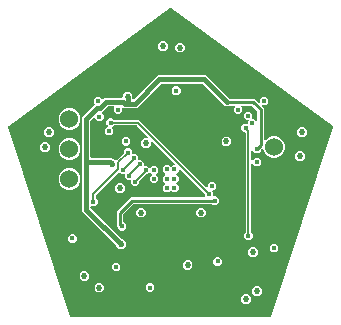
<source format=gbr>
G04 EAGLE Gerber RS-274X export*
G75*
%MOMM*%
%FSLAX34Y34*%
%LPD*%
%INCopper Layer 2*%
%IPPOS*%
%AMOC8*
5,1,8,0,0,1.08239X$1,22.5*%
G01*
%ADD10C,1.524000*%
%ADD11C,0.525000*%
%ADD12C,0.402400*%
%ADD13C,0.152400*%
%ADD14C,0.406400*%
%ADD15C,0.254000*%
%ADD16C,0.452400*%

G36*
X84617Y-117195D02*
X84617Y-117195D01*
X84641Y-117198D01*
X84738Y-117176D01*
X84836Y-117160D01*
X84857Y-117148D01*
X84880Y-117143D01*
X84965Y-117091D01*
X85053Y-117044D01*
X85070Y-117027D01*
X85090Y-117015D01*
X85154Y-116938D01*
X85223Y-116866D01*
X85233Y-116844D01*
X85248Y-116826D01*
X85317Y-116673D01*
X137577Y44210D01*
X137581Y44233D01*
X137590Y44255D01*
X137599Y44355D01*
X137614Y44453D01*
X137610Y44476D01*
X137613Y44500D01*
X137589Y44597D01*
X137572Y44695D01*
X137561Y44716D01*
X137555Y44739D01*
X137502Y44824D01*
X137455Y44911D01*
X137437Y44928D01*
X137425Y44948D01*
X137301Y45061D01*
X447Y144502D01*
X426Y144512D01*
X408Y144528D01*
X317Y144568D01*
X228Y144612D01*
X204Y144616D01*
X182Y144625D01*
X83Y144633D01*
X-16Y144647D01*
X-39Y144643D01*
X-63Y144644D01*
X-160Y144620D01*
X-258Y144602D01*
X-279Y144591D01*
X-302Y144585D01*
X-447Y144502D01*
X-137301Y45061D01*
X-137318Y45044D01*
X-137338Y45032D01*
X-137404Y44957D01*
X-137474Y44886D01*
X-137484Y44865D01*
X-137500Y44847D01*
X-137538Y44755D01*
X-137582Y44665D01*
X-137585Y44642D01*
X-137594Y44619D01*
X-137601Y44520D01*
X-137614Y44421D01*
X-137610Y44398D01*
X-137611Y44374D01*
X-137577Y44210D01*
X-85317Y-116673D01*
X-85306Y-116694D01*
X-85301Y-116718D01*
X-85250Y-116803D01*
X-85204Y-116892D01*
X-85187Y-116908D01*
X-85175Y-116929D01*
X-85099Y-116994D01*
X-85028Y-117063D01*
X-85006Y-117073D01*
X-84988Y-117089D01*
X-84895Y-117126D01*
X-84806Y-117169D01*
X-84782Y-117172D01*
X-84760Y-117181D01*
X-84593Y-117199D01*
X84593Y-117199D01*
X84617Y-117195D01*
G37*
%LPC*%
G36*
X-43985Y-59591D02*
X-43985Y-59591D01*
X-46415Y-57160D01*
X-46415Y-56637D01*
X-46430Y-56546D01*
X-46437Y-56456D01*
X-46450Y-56426D01*
X-46455Y-56394D01*
X-46498Y-56313D01*
X-46534Y-56229D01*
X-46559Y-56197D01*
X-46570Y-56176D01*
X-46594Y-56154D01*
X-46638Y-56098D01*
X-74994Y-27742D01*
X-74994Y52273D01*
X-72688Y54580D01*
X-64684Y62584D01*
X-64672Y62600D01*
X-64657Y62612D01*
X-64601Y62699D01*
X-64540Y62783D01*
X-64534Y62802D01*
X-64524Y62819D01*
X-64498Y62920D01*
X-64468Y63018D01*
X-64468Y63038D01*
X-64464Y63058D01*
X-64472Y63161D01*
X-64474Y63264D01*
X-64481Y63283D01*
X-64483Y63303D01*
X-64523Y63398D01*
X-64559Y63495D01*
X-64571Y63511D01*
X-64579Y63529D01*
X-64684Y63660D01*
X-65301Y64277D01*
X-65301Y67207D01*
X-63229Y69279D01*
X-60299Y69279D01*
X-58379Y67359D01*
X-58363Y67347D01*
X-58351Y67332D01*
X-58263Y67276D01*
X-58180Y67216D01*
X-58161Y67210D01*
X-58144Y67199D01*
X-58043Y67174D01*
X-57944Y67143D01*
X-57924Y67144D01*
X-57905Y67139D01*
X-57802Y67147D01*
X-57699Y67150D01*
X-57680Y67156D01*
X-57660Y67158D01*
X-57565Y67198D01*
X-57468Y67234D01*
X-57452Y67246D01*
X-57434Y67254D01*
X-57303Y67359D01*
X-56018Y68644D01*
X-41423Y68644D01*
X-41404Y68647D01*
X-41384Y68645D01*
X-41283Y68667D01*
X-41181Y68684D01*
X-41163Y68693D01*
X-41144Y68698D01*
X-41055Y68751D01*
X-40963Y68799D01*
X-40950Y68813D01*
X-40933Y68824D01*
X-40865Y68902D01*
X-40794Y68977D01*
X-40786Y68995D01*
X-40773Y69011D01*
X-40734Y69107D01*
X-40690Y69200D01*
X-40688Y69220D01*
X-40681Y69239D01*
X-40662Y69405D01*
X-40662Y71419D01*
X-38231Y73850D01*
X-34794Y73850D01*
X-32363Y71419D01*
X-32363Y68267D01*
X-32351Y68196D01*
X-32349Y68124D01*
X-32331Y68075D01*
X-32323Y68024D01*
X-32289Y67960D01*
X-32265Y67893D01*
X-32232Y67852D01*
X-32208Y67806D01*
X-32156Y67757D01*
X-32111Y67701D01*
X-32067Y67673D01*
X-32030Y67637D01*
X-31965Y67607D01*
X-31904Y67568D01*
X-31854Y67555D01*
X-31807Y67533D01*
X-31735Y67525D01*
X-31666Y67508D01*
X-31614Y67512D01*
X-31562Y67506D01*
X-31492Y67522D01*
X-31421Y67527D01*
X-31373Y67547D01*
X-31322Y67559D01*
X-31260Y67595D01*
X-31194Y67623D01*
X-31138Y67668D01*
X-31111Y67685D01*
X-31095Y67703D01*
X-31063Y67728D01*
X-11097Y87694D01*
X29736Y87694D01*
X32042Y85388D01*
X49556Y67874D01*
X49630Y67821D01*
X49699Y67761D01*
X49730Y67749D01*
X49756Y67730D01*
X49843Y67704D01*
X49928Y67669D01*
X49969Y67665D01*
X49991Y67658D01*
X50023Y67659D01*
X50094Y67651D01*
X71239Y67651D01*
X73099Y65791D01*
X74265Y64625D01*
X74323Y64583D01*
X74375Y64533D01*
X74423Y64511D01*
X74465Y64481D01*
X74533Y64460D01*
X74599Y64430D01*
X74650Y64424D01*
X74700Y64409D01*
X74772Y64411D01*
X74843Y64403D01*
X74894Y64414D01*
X74946Y64415D01*
X75013Y64440D01*
X75083Y64455D01*
X75128Y64482D01*
X75177Y64500D01*
X75233Y64544D01*
X75294Y64581D01*
X75328Y64621D01*
X75369Y64653D01*
X75408Y64714D01*
X75454Y64768D01*
X75474Y64816D01*
X75502Y64860D01*
X75519Y64930D01*
X75546Y64996D01*
X75554Y65067D01*
X75562Y65099D01*
X75560Y65122D01*
X75565Y65163D01*
X75565Y67426D01*
X77637Y69498D01*
X80566Y69498D01*
X82638Y67426D01*
X82638Y64496D01*
X80566Y62425D01*
X78303Y62425D01*
X78232Y62413D01*
X78161Y62411D01*
X78112Y62393D01*
X78060Y62385D01*
X77997Y62351D01*
X77930Y62327D01*
X77889Y62294D01*
X77843Y62270D01*
X77794Y62218D01*
X77738Y62173D01*
X77709Y62129D01*
X77673Y62091D01*
X77643Y62027D01*
X77605Y61966D01*
X77592Y61916D01*
X77570Y61868D01*
X77562Y61797D01*
X77544Y61728D01*
X77549Y61676D01*
X77543Y61624D01*
X77558Y61554D01*
X77564Y61482D01*
X77584Y61435D01*
X77595Y61384D01*
X77632Y61322D01*
X77660Y61256D01*
X77705Y61200D01*
X77721Y61172D01*
X77739Y61157D01*
X77765Y61125D01*
X78995Y59895D01*
X78995Y33440D01*
X79006Y33369D01*
X79008Y33298D01*
X79026Y33249D01*
X79034Y33197D01*
X79068Y33134D01*
X79093Y33067D01*
X79125Y33026D01*
X79150Y32980D01*
X79202Y32931D01*
X79246Y32875D01*
X79290Y32846D01*
X79328Y32811D01*
X79393Y32780D01*
X79453Y32742D01*
X79504Y32729D01*
X79551Y32707D01*
X79622Y32699D01*
X79692Y32682D01*
X79744Y32686D01*
X79795Y32680D01*
X79866Y32695D01*
X79937Y32701D01*
X79985Y32721D01*
X80036Y32732D01*
X80097Y32769D01*
X80163Y32797D01*
X80219Y32842D01*
X80247Y32858D01*
X80262Y32876D01*
X80294Y32902D01*
X82132Y34740D01*
X85494Y36132D01*
X89131Y36132D01*
X92493Y34740D01*
X95065Y32168D01*
X96457Y28806D01*
X96457Y25169D01*
X95065Y21807D01*
X92493Y19235D01*
X89131Y17843D01*
X85494Y17843D01*
X82132Y19235D01*
X79560Y21807D01*
X78231Y25015D01*
X78207Y25054D01*
X78191Y25098D01*
X78143Y25158D01*
X78102Y25224D01*
X78066Y25254D01*
X78038Y25290D01*
X77972Y25332D01*
X77912Y25381D01*
X77869Y25398D01*
X77831Y25422D01*
X77755Y25441D01*
X77683Y25469D01*
X77637Y25471D01*
X77592Y25483D01*
X77515Y25477D01*
X77437Y25480D01*
X77393Y25467D01*
X77347Y25463D01*
X77275Y25433D01*
X77201Y25411D01*
X77163Y25385D01*
X77121Y25367D01*
X77014Y25282D01*
X76998Y25271D01*
X76995Y25267D01*
X76990Y25262D01*
X76785Y25057D01*
X76732Y24983D01*
X76672Y24914D01*
X76660Y24884D01*
X76641Y24858D01*
X76614Y24771D01*
X76580Y24686D01*
X76576Y24645D01*
X76569Y24622D01*
X76570Y24590D01*
X76562Y24519D01*
X76562Y23785D01*
X74490Y21713D01*
X71560Y21713D01*
X69449Y23824D01*
X69391Y23866D01*
X69339Y23915D01*
X69292Y23937D01*
X69250Y23967D01*
X69181Y23989D01*
X69116Y24019D01*
X69064Y24025D01*
X69015Y24040D01*
X68943Y24038D01*
X68872Y24046D01*
X68821Y24035D01*
X68769Y24033D01*
X68701Y24009D01*
X68631Y23994D01*
X68587Y23967D01*
X68538Y23949D01*
X68482Y23904D01*
X68420Y23867D01*
X68386Y23828D01*
X68346Y23795D01*
X68307Y23735D01*
X68260Y23681D01*
X68241Y23632D01*
X68213Y23588D01*
X68195Y23519D01*
X68168Y23452D01*
X68160Y23381D01*
X68153Y23350D01*
X68154Y23327D01*
X68150Y23286D01*
X68150Y16252D01*
X68161Y16181D01*
X68163Y16109D01*
X68181Y16060D01*
X68190Y16009D01*
X68223Y15946D01*
X68248Y15878D01*
X68280Y15838D01*
X68305Y15792D01*
X68357Y15742D01*
X68401Y15686D01*
X68445Y15658D01*
X68483Y15622D01*
X68548Y15592D01*
X68608Y15553D01*
X68659Y15541D01*
X68706Y15519D01*
X68777Y15511D01*
X68847Y15493D01*
X68899Y15497D01*
X68951Y15492D01*
X69021Y15507D01*
X69092Y15512D01*
X69140Y15533D01*
X69191Y15544D01*
X69253Y15581D01*
X69318Y15609D01*
X69374Y15654D01*
X69402Y15670D01*
X69417Y15688D01*
X69449Y15714D01*
X71560Y17824D01*
X74490Y17824D01*
X76562Y15752D01*
X76562Y12823D01*
X74490Y10751D01*
X71560Y10751D01*
X69449Y12861D01*
X69391Y12903D01*
X69339Y12953D01*
X69292Y12975D01*
X69250Y13005D01*
X69181Y13026D01*
X69116Y13056D01*
X69064Y13062D01*
X69015Y13077D01*
X68943Y13075D01*
X68872Y13083D01*
X68821Y13072D01*
X68769Y13071D01*
X68701Y13046D01*
X68631Y13031D01*
X68587Y13004D01*
X68538Y12987D01*
X68482Y12942D01*
X68420Y12905D01*
X68386Y12865D01*
X68346Y12833D01*
X68307Y12773D01*
X68260Y12718D01*
X68241Y12670D01*
X68213Y12626D01*
X68195Y12556D01*
X68168Y12490D01*
X68160Y12419D01*
X68153Y12387D01*
X68154Y12364D01*
X68150Y12323D01*
X68150Y-45313D01*
X68165Y-45404D01*
X68172Y-45494D01*
X68184Y-45524D01*
X68190Y-45556D01*
X68232Y-45637D01*
X68268Y-45721D01*
X68294Y-45753D01*
X68305Y-45774D01*
X68328Y-45796D01*
X68373Y-45852D01*
X69400Y-46879D01*
X69400Y-49809D01*
X67328Y-51881D01*
X64398Y-51881D01*
X62326Y-49809D01*
X62326Y-46879D01*
X63353Y-45852D01*
X63407Y-45778D01*
X63466Y-45708D01*
X63478Y-45678D01*
X63497Y-45652D01*
X63524Y-45565D01*
X63558Y-45480D01*
X63562Y-45439D01*
X63569Y-45417D01*
X63568Y-45385D01*
X63576Y-45313D01*
X63576Y38565D01*
X63573Y38584D01*
X63575Y38604D01*
X63553Y38705D01*
X63537Y38807D01*
X63527Y38825D01*
X63523Y38844D01*
X63470Y38933D01*
X63422Y39025D01*
X63407Y39038D01*
X63397Y39055D01*
X63318Y39123D01*
X63243Y39194D01*
X63225Y39202D01*
X63210Y39215D01*
X63114Y39254D01*
X63020Y39298D01*
X63000Y39300D01*
X62982Y39307D01*
X62815Y39326D01*
X62035Y39326D01*
X59963Y41398D01*
X59963Y44327D01*
X62035Y46399D01*
X64962Y46399D01*
X64982Y46402D01*
X65002Y46400D01*
X65103Y46422D01*
X65205Y46439D01*
X65223Y46448D01*
X65242Y46453D01*
X65331Y46506D01*
X65423Y46554D01*
X65436Y46568D01*
X65453Y46579D01*
X65521Y46657D01*
X65592Y46732D01*
X65600Y46750D01*
X65613Y46766D01*
X65652Y46862D01*
X65696Y46955D01*
X65698Y46975D01*
X65705Y46994D01*
X65724Y47160D01*
X65724Y48500D01*
X65772Y48549D01*
X65814Y48607D01*
X65864Y48659D01*
X65886Y48707D01*
X65916Y48749D01*
X65937Y48817D01*
X65967Y48882D01*
X65973Y48934D01*
X65988Y48984D01*
X65987Y49056D01*
X65994Y49127D01*
X65983Y49178D01*
X65982Y49230D01*
X65957Y49297D01*
X65942Y49367D01*
X65915Y49412D01*
X65898Y49461D01*
X65853Y49517D01*
X65816Y49578D01*
X65776Y49612D01*
X65744Y49653D01*
X65684Y49692D01*
X65629Y49738D01*
X65581Y49758D01*
X65537Y49786D01*
X65468Y49803D01*
X65401Y49830D01*
X65330Y49838D01*
X65299Y49846D01*
X65275Y49844D01*
X65234Y49849D01*
X64212Y49849D01*
X62140Y51920D01*
X62140Y54850D01*
X64212Y56922D01*
X67142Y56922D01*
X69214Y54850D01*
X69214Y51921D01*
X69165Y51872D01*
X69123Y51814D01*
X69074Y51762D01*
X69052Y51714D01*
X69021Y51672D01*
X69000Y51603D01*
X68970Y51538D01*
X68964Y51487D01*
X68949Y51437D01*
X68951Y51365D01*
X68943Y51294D01*
X68954Y51243D01*
X68955Y51191D01*
X68980Y51124D01*
X68995Y51054D01*
X69022Y51009D01*
X69040Y50960D01*
X69085Y50904D01*
X69121Y50843D01*
X69161Y50809D01*
X69194Y50768D01*
X69254Y50729D01*
X69308Y50683D01*
X69357Y50663D01*
X69400Y50635D01*
X69470Y50618D01*
X69537Y50591D01*
X69608Y50583D01*
X69639Y50575D01*
X69662Y50577D01*
X69703Y50572D01*
X70725Y50572D01*
X72106Y49192D01*
X72164Y49150D01*
X72216Y49101D01*
X72263Y49079D01*
X72305Y49048D01*
X72374Y49027D01*
X72439Y48997D01*
X72491Y48991D01*
X72541Y48976D01*
X72612Y48978D01*
X72683Y48970D01*
X72734Y48981D01*
X72786Y48982D01*
X72854Y49007D01*
X72924Y49022D01*
X72969Y49049D01*
X73017Y49067D01*
X73073Y49112D01*
X73135Y49148D01*
X73169Y49188D01*
X73209Y49221D01*
X73248Y49281D01*
X73295Y49335D01*
X73314Y49384D01*
X73342Y49427D01*
X73360Y49497D01*
X73387Y49563D01*
X73395Y49635D01*
X73403Y49666D01*
X73401Y49689D01*
X73405Y49730D01*
X73405Y57265D01*
X73391Y57355D01*
X73383Y57446D01*
X73371Y57475D01*
X73366Y57507D01*
X73323Y57588D01*
X73287Y57672D01*
X73261Y57704D01*
X73250Y57725D01*
X73227Y57747D01*
X73182Y57803D01*
X69147Y61839D01*
X69073Y61892D01*
X69003Y61951D01*
X68973Y61963D01*
X68947Y61982D01*
X68860Y62009D01*
X68775Y62043D01*
X68734Y62048D01*
X68712Y62054D01*
X68680Y62054D01*
X68608Y62062D01*
X60702Y62062D01*
X60631Y62050D01*
X60560Y62048D01*
X60511Y62030D01*
X60459Y62022D01*
X60396Y61988D01*
X60329Y61964D01*
X60288Y61931D01*
X60242Y61907D01*
X60193Y61855D01*
X60137Y61810D01*
X60108Y61766D01*
X60072Y61728D01*
X60042Y61663D01*
X60004Y61603D01*
X59991Y61552D01*
X59969Y61505D01*
X59961Y61434D01*
X59943Y61364D01*
X59948Y61313D01*
X59942Y61261D01*
X59957Y61191D01*
X59963Y61119D01*
X59983Y61071D01*
X59994Y61020D01*
X60031Y60959D01*
X60059Y60893D01*
X60104Y60837D01*
X60120Y60809D01*
X60138Y60794D01*
X60164Y60762D01*
X60812Y60114D01*
X60812Y57184D01*
X58740Y55112D01*
X55810Y55112D01*
X53738Y57184D01*
X53738Y60114D01*
X54386Y60762D01*
X54428Y60820D01*
X54478Y60872D01*
X54499Y60919D01*
X54530Y60962D01*
X54551Y61030D01*
X54581Y61095D01*
X54587Y61147D01*
X54602Y61197D01*
X54600Y61269D01*
X54608Y61340D01*
X54597Y61391D01*
X54596Y61443D01*
X54571Y61510D01*
X54556Y61580D01*
X54529Y61625D01*
X54511Y61674D01*
X54467Y61730D01*
X54430Y61791D01*
X54390Y61825D01*
X54358Y61866D01*
X54297Y61904D01*
X54243Y61951D01*
X54195Y61971D01*
X54151Y61999D01*
X54081Y62016D01*
X54015Y62043D01*
X53943Y62051D01*
X53912Y62059D01*
X53889Y62057D01*
X53848Y62062D01*
X50094Y62062D01*
X50004Y62047D01*
X49913Y62040D01*
X49884Y62027D01*
X49852Y62022D01*
X49771Y61979D01*
X49687Y61943D01*
X49655Y61918D01*
X49634Y61907D01*
X49612Y61883D01*
X49556Y61839D01*
X49017Y61300D01*
X46070Y61300D01*
X27012Y80358D01*
X26938Y80411D01*
X26869Y80470D01*
X26839Y80483D01*
X26812Y80501D01*
X26726Y80528D01*
X26641Y80562D01*
X26600Y80567D01*
X26577Y80574D01*
X26545Y80573D01*
X26474Y80581D01*
X-7835Y80581D01*
X-7926Y80566D01*
X-8016Y80559D01*
X-8046Y80546D01*
X-8078Y80541D01*
X-8159Y80498D01*
X-8243Y80463D01*
X-8275Y80437D01*
X-8296Y80426D01*
X-8318Y80403D01*
X-8374Y80358D01*
X-28769Y59962D01*
X-40277Y59962D01*
X-40297Y59959D01*
X-40316Y59961D01*
X-40418Y59939D01*
X-40520Y59923D01*
X-40537Y59913D01*
X-40557Y59909D01*
X-40646Y59856D01*
X-40737Y59807D01*
X-40751Y59793D01*
X-40768Y59783D01*
X-40835Y59704D01*
X-40907Y59629D01*
X-40915Y59611D01*
X-40928Y59596D01*
X-40967Y59500D01*
X-41010Y59406D01*
X-41012Y59386D01*
X-41020Y59368D01*
X-41038Y59201D01*
X-41038Y57184D01*
X-43110Y55112D01*
X-46040Y55112D01*
X-48112Y57184D01*
X-48112Y60114D01*
X-47994Y60231D01*
X-47953Y60289D01*
X-47903Y60341D01*
X-47881Y60389D01*
X-47851Y60431D01*
X-47830Y60499D01*
X-47800Y60565D01*
X-47794Y60616D01*
X-47779Y60666D01*
X-47780Y60738D01*
X-47773Y60809D01*
X-47784Y60860D01*
X-47785Y60912D01*
X-47810Y60979D01*
X-47825Y61049D01*
X-47852Y61094D01*
X-47869Y61143D01*
X-47914Y61199D01*
X-47951Y61260D01*
X-47991Y61294D01*
X-48023Y61335D01*
X-48083Y61374D01*
X-48138Y61420D01*
X-48186Y61440D01*
X-48230Y61468D01*
X-48299Y61485D01*
X-48366Y61512D01*
X-48437Y61520D01*
X-48468Y61528D01*
X-48492Y61526D01*
X-48533Y61531D01*
X-52756Y61531D01*
X-52846Y61516D01*
X-52937Y61509D01*
X-52966Y61496D01*
X-52998Y61491D01*
X-53079Y61448D01*
X-53163Y61413D01*
X-53195Y61387D01*
X-53216Y61376D01*
X-53238Y61353D01*
X-53294Y61308D01*
X-58078Y56523D01*
X-58089Y56519D01*
X-58129Y56487D01*
X-58176Y56463D01*
X-58225Y56411D01*
X-58281Y56366D01*
X-58309Y56322D01*
X-58345Y56284D01*
X-58375Y56219D01*
X-58414Y56159D01*
X-58427Y56108D01*
X-58449Y56061D01*
X-58456Y55990D01*
X-58474Y55920D01*
X-58470Y55868D01*
X-58476Y55817D01*
X-58460Y55747D01*
X-58455Y55675D01*
X-58434Y55627D01*
X-58423Y55576D01*
X-58387Y55515D01*
X-58358Y55449D01*
X-58314Y55393D01*
X-58297Y55365D01*
X-58279Y55350D01*
X-58254Y55318D01*
X-56788Y53852D01*
X-56788Y50923D01*
X-58860Y48851D01*
X-61790Y48851D01*
X-63862Y50923D01*
X-63862Y51508D01*
X-63873Y51579D01*
X-63875Y51650D01*
X-63893Y51699D01*
X-63901Y51751D01*
X-63935Y51814D01*
X-63960Y51881D01*
X-63992Y51922D01*
X-64017Y51968D01*
X-64069Y52017D01*
X-64113Y52073D01*
X-64157Y52102D01*
X-64195Y52137D01*
X-64260Y52168D01*
X-64320Y52206D01*
X-64371Y52219D01*
X-64418Y52241D01*
X-64489Y52249D01*
X-64559Y52267D01*
X-64611Y52262D01*
X-64662Y52268D01*
X-64733Y52253D01*
X-64804Y52247D01*
X-64852Y52227D01*
X-64903Y52216D01*
X-64964Y52179D01*
X-65030Y52151D01*
X-65086Y52106D01*
X-65114Y52090D01*
X-65129Y52072D01*
X-65161Y52046D01*
X-67658Y49550D01*
X-67711Y49476D01*
X-67770Y49406D01*
X-67782Y49376D01*
X-67801Y49350D01*
X-67828Y49263D01*
X-67862Y49178D01*
X-67867Y49137D01*
X-67874Y49115D01*
X-67873Y49083D01*
X-67881Y49011D01*
X-67881Y18605D01*
X-67878Y18586D01*
X-67880Y18566D01*
X-67858Y18465D01*
X-67841Y18363D01*
X-67832Y18345D01*
X-67827Y18326D01*
X-67774Y18237D01*
X-67726Y18145D01*
X-67712Y18132D01*
X-67701Y18115D01*
X-67623Y18047D01*
X-67548Y17976D01*
X-67530Y17968D01*
X-67514Y17955D01*
X-67418Y17916D01*
X-67325Y17872D01*
X-67305Y17870D01*
X-67286Y17863D01*
X-67120Y17844D01*
X-49726Y17844D01*
X-48804Y16923D01*
X-48730Y16870D01*
X-48661Y16810D01*
X-48631Y16798D01*
X-48604Y16779D01*
X-48518Y16752D01*
X-48433Y16718D01*
X-48392Y16714D01*
X-48369Y16707D01*
X-48337Y16708D01*
X-48266Y16700D01*
X-47743Y16700D01*
X-46864Y15821D01*
X-46848Y15810D01*
X-46836Y15794D01*
X-46748Y15738D01*
X-46665Y15678D01*
X-46646Y15672D01*
X-46629Y15661D01*
X-46528Y15636D01*
X-46430Y15606D01*
X-46410Y15606D01*
X-46390Y15601D01*
X-46287Y15609D01*
X-46184Y15612D01*
X-46165Y15619D01*
X-46145Y15620D01*
X-46050Y15661D01*
X-45953Y15696D01*
X-45937Y15709D01*
X-45919Y15717D01*
X-45788Y15821D01*
X-39931Y21678D01*
X-39878Y21752D01*
X-39819Y21822D01*
X-39806Y21852D01*
X-39788Y21878D01*
X-39761Y21965D01*
X-39727Y22050D01*
X-39722Y22091D01*
X-39715Y22113D01*
X-39716Y22145D01*
X-39708Y22216D01*
X-39708Y23669D01*
X-37636Y25741D01*
X-34706Y25741D01*
X-32635Y23669D01*
X-32635Y21535D01*
X-32631Y21516D01*
X-32634Y21496D01*
X-32612Y21394D01*
X-32595Y21292D01*
X-32586Y21275D01*
X-32581Y21255D01*
X-32528Y21166D01*
X-32480Y21075D01*
X-32465Y21061D01*
X-32455Y21044D01*
X-32376Y20977D01*
X-32301Y20906D01*
X-32283Y20897D01*
X-32268Y20884D01*
X-32172Y20846D01*
X-32078Y20802D01*
X-32059Y20800D01*
X-32040Y20792D01*
X-31873Y20774D01*
X-29740Y20774D01*
X-27668Y18702D01*
X-27668Y16568D01*
X-27665Y16549D01*
X-27667Y16529D01*
X-27645Y16428D01*
X-27628Y16326D01*
X-27619Y16308D01*
X-27615Y16289D01*
X-27561Y16200D01*
X-27513Y16108D01*
X-27499Y16095D01*
X-27488Y16078D01*
X-27410Y16010D01*
X-27335Y15939D01*
X-27317Y15931D01*
X-27302Y15918D01*
X-27205Y15879D01*
X-27112Y15835D01*
X-27092Y15833D01*
X-27073Y15826D01*
X-26907Y15807D01*
X-24773Y15807D01*
X-22701Y13735D01*
X-22701Y11602D01*
X-22698Y11582D01*
X-22700Y11562D01*
X-22678Y11461D01*
X-22661Y11359D01*
X-22652Y11341D01*
X-22648Y11322D01*
X-22595Y11233D01*
X-22546Y11142D01*
X-22532Y11128D01*
X-22522Y11111D01*
X-22443Y11043D01*
X-22368Y10972D01*
X-22350Y10964D01*
X-22335Y10951D01*
X-22239Y10912D01*
X-22145Y10869D01*
X-22125Y10866D01*
X-22107Y10859D01*
X-21940Y10841D01*
X-19806Y10841D01*
X-18248Y9283D01*
X-18232Y9271D01*
X-18220Y9256D01*
X-18132Y9199D01*
X-18049Y9139D01*
X-18030Y9133D01*
X-18013Y9123D01*
X-17912Y9097D01*
X-17814Y9067D01*
X-17794Y9067D01*
X-17774Y9063D01*
X-17671Y9071D01*
X-17568Y9073D01*
X-17549Y9080D01*
X-17529Y9082D01*
X-17434Y9122D01*
X-17337Y9158D01*
X-17321Y9170D01*
X-17303Y9178D01*
X-17172Y9283D01*
X-15712Y10743D01*
X-12782Y10743D01*
X-10710Y8671D01*
X-10710Y5741D01*
X-12170Y4281D01*
X-12182Y4265D01*
X-12197Y4252D01*
X-12253Y4165D01*
X-12314Y4081D01*
X-12320Y4062D01*
X-12330Y4046D01*
X-12356Y3945D01*
X-12386Y3846D01*
X-12386Y3826D01*
X-12390Y3807D01*
X-12382Y3704D01*
X-12380Y3600D01*
X-12373Y3582D01*
X-12371Y3562D01*
X-12331Y3467D01*
X-12295Y3369D01*
X-12283Y3354D01*
X-12275Y3335D01*
X-12170Y3205D01*
X-10613Y1647D01*
X-10613Y-1283D01*
X-12684Y-3355D01*
X-15614Y-3355D01*
X-17686Y-1283D01*
X-17686Y1647D01*
X-16226Y3107D01*
X-16215Y3123D01*
X-16199Y3135D01*
X-16143Y3223D01*
X-16083Y3306D01*
X-16077Y3325D01*
X-16066Y3342D01*
X-16041Y3443D01*
X-16010Y3541D01*
X-16011Y3561D01*
X-16006Y3581D01*
X-16014Y3684D01*
X-16017Y3787D01*
X-16024Y3806D01*
X-16025Y3826D01*
X-16065Y3921D01*
X-16101Y4018D01*
X-16114Y4034D01*
X-16121Y4052D01*
X-16226Y4183D01*
X-17270Y5227D01*
X-17286Y5238D01*
X-17299Y5254D01*
X-17386Y5310D01*
X-17470Y5370D01*
X-17489Y5376D01*
X-17505Y5387D01*
X-17606Y5412D01*
X-17705Y5443D01*
X-17725Y5442D01*
X-17744Y5447D01*
X-17847Y5439D01*
X-17951Y5436D01*
X-17969Y5429D01*
X-17989Y5428D01*
X-18084Y5388D01*
X-18182Y5352D01*
X-18197Y5339D01*
X-18215Y5332D01*
X-18346Y5227D01*
X-19806Y3767D01*
X-20529Y3767D01*
X-20619Y3752D01*
X-20710Y3745D01*
X-20739Y3733D01*
X-20771Y3727D01*
X-20852Y3685D01*
X-20936Y3649D01*
X-20968Y3623D01*
X-20989Y3612D01*
X-21011Y3589D01*
X-21067Y3544D01*
X-26424Y-1813D01*
X-26477Y-1887D01*
X-26536Y-1956D01*
X-26548Y-1986D01*
X-26567Y-2012D01*
X-26594Y-2099D01*
X-26628Y-2184D01*
X-26633Y-2225D01*
X-26640Y-2248D01*
X-26639Y-2280D01*
X-26647Y-2351D01*
X-26647Y-3803D01*
X-28719Y-5875D01*
X-31648Y-5875D01*
X-33720Y-3803D01*
X-33720Y-1670D01*
X-33723Y-1650D01*
X-33721Y-1630D01*
X-33743Y-1529D01*
X-33760Y-1427D01*
X-33769Y-1409D01*
X-33774Y-1390D01*
X-33827Y-1301D01*
X-33875Y-1210D01*
X-33889Y-1196D01*
X-33900Y-1179D01*
X-33978Y-1111D01*
X-34053Y-1040D01*
X-34071Y-1032D01*
X-34087Y-1019D01*
X-34183Y-980D01*
X-34276Y-937D01*
X-34296Y-934D01*
X-34315Y-927D01*
X-34481Y-909D01*
X-36615Y-909D01*
X-38687Y1163D01*
X-38687Y3297D01*
X-38690Y3317D01*
X-38688Y3336D01*
X-38710Y3438D01*
X-38727Y3540D01*
X-38736Y3557D01*
X-38740Y3577D01*
X-38793Y3666D01*
X-38842Y3757D01*
X-38856Y3771D01*
X-38866Y3788D01*
X-38945Y3855D01*
X-39020Y3926D01*
X-39038Y3935D01*
X-39053Y3948D01*
X-39150Y3987D01*
X-39243Y4030D01*
X-39263Y4032D01*
X-39281Y4040D01*
X-39448Y4058D01*
X-41582Y4058D01*
X-42800Y5277D01*
X-42817Y5288D01*
X-42829Y5304D01*
X-42916Y5360D01*
X-43000Y5420D01*
X-43019Y5426D01*
X-43036Y5437D01*
X-43136Y5462D01*
X-43235Y5493D01*
X-43255Y5492D01*
X-43274Y5497D01*
X-43377Y5489D01*
X-43481Y5486D01*
X-43500Y5479D01*
X-43520Y5478D01*
X-43614Y5437D01*
X-43712Y5402D01*
X-43728Y5389D01*
X-43746Y5381D01*
X-43877Y5277D01*
X-62964Y-13810D01*
X-63017Y-13884D01*
X-63076Y-13954D01*
X-63089Y-13984D01*
X-63107Y-14010D01*
X-63134Y-14097D01*
X-63168Y-14182D01*
X-63173Y-14223D01*
X-63180Y-14245D01*
X-63179Y-14277D01*
X-63187Y-14349D01*
X-63187Y-16406D01*
X-63172Y-16496D01*
X-63165Y-16587D01*
X-63152Y-16616D01*
X-63147Y-16648D01*
X-63104Y-16729D01*
X-63069Y-16813D01*
X-63043Y-16845D01*
X-63032Y-16866D01*
X-63009Y-16888D01*
X-62964Y-16944D01*
X-61937Y-17971D01*
X-61937Y-20901D01*
X-64009Y-22973D01*
X-67120Y-22973D01*
X-67139Y-22976D01*
X-67159Y-22974D01*
X-67260Y-22996D01*
X-67362Y-23012D01*
X-67380Y-23022D01*
X-67399Y-23026D01*
X-67488Y-23079D01*
X-67580Y-23128D01*
X-67593Y-23142D01*
X-67610Y-23152D01*
X-67678Y-23231D01*
X-67749Y-23306D01*
X-67757Y-23324D01*
X-67770Y-23339D01*
X-67809Y-23435D01*
X-67853Y-23529D01*
X-67855Y-23549D01*
X-67862Y-23567D01*
X-67881Y-23734D01*
X-67881Y-24481D01*
X-67866Y-24571D01*
X-67859Y-24662D01*
X-67846Y-24691D01*
X-67841Y-24723D01*
X-67798Y-24804D01*
X-67763Y-24888D01*
X-67737Y-24920D01*
X-67726Y-24941D01*
X-67703Y-24963D01*
X-67658Y-25019D01*
X-41608Y-51068D01*
X-41534Y-51121D01*
X-41465Y-51181D01*
X-41435Y-51193D01*
X-41409Y-51212D01*
X-41322Y-51239D01*
X-41237Y-51273D01*
X-41196Y-51277D01*
X-41174Y-51284D01*
X-41141Y-51283D01*
X-41070Y-51291D01*
X-40547Y-51291D01*
X-38116Y-53722D01*
X-38116Y-57160D01*
X-40547Y-59591D01*
X-43985Y-59591D01*
G37*
%LPD*%
%LPC*%
G36*
X-42830Y-43761D02*
X-42830Y-43761D01*
X-44901Y-41689D01*
X-44901Y-40955D01*
X-44916Y-40865D01*
X-44923Y-40774D01*
X-44936Y-40744D01*
X-44941Y-40712D01*
X-44984Y-40632D01*
X-45019Y-40548D01*
X-45045Y-40516D01*
X-45056Y-40495D01*
X-45080Y-40473D01*
X-45124Y-40417D01*
X-45657Y-39884D01*
X-45657Y-27417D01*
X-33841Y-15601D01*
X28351Y-15601D01*
X28422Y-15590D01*
X28493Y-15588D01*
X28542Y-15570D01*
X28593Y-15561D01*
X28657Y-15528D01*
X28724Y-15503D01*
X28765Y-15471D01*
X28811Y-15446D01*
X28860Y-15394D01*
X28916Y-15350D01*
X28944Y-15306D01*
X28980Y-15268D01*
X29010Y-15203D01*
X29049Y-15143D01*
X29062Y-15092D01*
X29084Y-15045D01*
X29092Y-14974D01*
X29109Y-14904D01*
X29105Y-14852D01*
X29111Y-14800D01*
X29096Y-14730D01*
X29090Y-14659D01*
X29070Y-14611D01*
X29059Y-14560D01*
X29022Y-14499D01*
X29006Y-14462D01*
X29006Y-12967D01*
X28992Y-12876D01*
X28984Y-12786D01*
X28972Y-12756D01*
X28967Y-12724D01*
X28924Y-12643D01*
X28888Y-12559D01*
X28862Y-12527D01*
X28851Y-12506D01*
X28828Y-12484D01*
X28783Y-12428D01*
X8011Y8344D01*
X7953Y8386D01*
X7901Y8435D01*
X7854Y8457D01*
X7812Y8487D01*
X7743Y8508D01*
X7678Y8539D01*
X7626Y8544D01*
X7576Y8560D01*
X7505Y8558D01*
X7434Y8566D01*
X7383Y8555D01*
X7331Y8553D01*
X7263Y8529D01*
X7193Y8514D01*
X7149Y8487D01*
X7100Y8469D01*
X7044Y8424D01*
X6982Y8387D01*
X6948Y8348D01*
X6908Y8315D01*
X6869Y8255D01*
X6822Y8200D01*
X6803Y8152D01*
X6775Y8108D01*
X6757Y8039D01*
X6730Y7972D01*
X6722Y7901D01*
X6714Y7870D01*
X6716Y7846D01*
X6712Y7806D01*
X6712Y6473D01*
X4746Y4507D01*
X4735Y4491D01*
X4719Y4478D01*
X4663Y4391D01*
X4603Y4307D01*
X4597Y4288D01*
X4586Y4272D01*
X4561Y4171D01*
X4530Y4072D01*
X4531Y4052D01*
X4526Y4033D01*
X4534Y3930D01*
X4537Y3826D01*
X4544Y3808D01*
X4545Y3788D01*
X4585Y3693D01*
X4621Y3595D01*
X4634Y3580D01*
X4641Y3561D01*
X4746Y3430D01*
X6712Y1465D01*
X6712Y-1465D01*
X4746Y-3430D01*
X4735Y-3447D01*
X4719Y-3459D01*
X4663Y-3546D01*
X4603Y-3630D01*
X4597Y-3649D01*
X4586Y-3666D01*
X4561Y-3766D01*
X4530Y-3865D01*
X4531Y-3885D01*
X4526Y-3905D01*
X4534Y-4007D01*
X4537Y-4111D01*
X4544Y-4130D01*
X4545Y-4150D01*
X4585Y-4245D01*
X4621Y-4342D01*
X4634Y-4358D01*
X4641Y-4376D01*
X4746Y-4507D01*
X6712Y-6473D01*
X6712Y-9402D01*
X4640Y-11474D01*
X1710Y-11474D01*
X538Y-10302D01*
X522Y-10291D01*
X510Y-10275D01*
X422Y-10219D01*
X339Y-10159D01*
X320Y-10153D01*
X303Y-10142D01*
X202Y-10117D01*
X103Y-10087D01*
X84Y-10087D01*
X64Y-10082D01*
X-39Y-10090D01*
X-142Y-10093D01*
X-161Y-10100D01*
X-181Y-10101D01*
X-276Y-10142D01*
X-373Y-10177D01*
X-389Y-10190D01*
X-407Y-10198D01*
X-538Y-10302D01*
X-1710Y-11474D01*
X-4640Y-11474D01*
X-6712Y-9402D01*
X-6712Y-6473D01*
X-4746Y-4507D01*
X-4735Y-4491D01*
X-4719Y-4478D01*
X-4663Y-4391D01*
X-4603Y-4307D01*
X-4597Y-4288D01*
X-4586Y-4272D01*
X-4561Y-4171D01*
X-4530Y-4072D01*
X-4531Y-4052D01*
X-4526Y-4033D01*
X-4534Y-3930D01*
X-4537Y-3826D01*
X-4544Y-3808D01*
X-4545Y-3788D01*
X-4585Y-3693D01*
X-4621Y-3595D01*
X-4634Y-3580D01*
X-4641Y-3561D01*
X-4746Y-3430D01*
X-6712Y-1465D01*
X-6712Y1465D01*
X-4746Y3430D01*
X-4735Y3447D01*
X-4719Y3459D01*
X-4663Y3546D01*
X-4603Y3630D01*
X-4597Y3649D01*
X-4586Y3666D01*
X-4561Y3767D01*
X-4530Y3865D01*
X-4531Y3885D01*
X-4526Y3905D01*
X-4534Y4008D01*
X-4537Y4111D01*
X-4544Y4130D01*
X-4545Y4150D01*
X-4585Y4245D01*
X-4621Y4342D01*
X-4634Y4358D01*
X-4641Y4376D01*
X-4746Y4507D01*
X-6712Y6473D01*
X-6712Y9402D01*
X-4640Y11474D01*
X-1710Y11474D01*
X-538Y10302D01*
X-522Y10291D01*
X-510Y10275D01*
X-422Y10219D01*
X-339Y10159D01*
X-320Y10153D01*
X-303Y10142D01*
X-202Y10117D01*
X-103Y10087D01*
X-84Y10087D01*
X-64Y10082D01*
X39Y10090D01*
X142Y10093D01*
X161Y10100D01*
X181Y10101D01*
X276Y10142D01*
X373Y10177D01*
X389Y10190D01*
X407Y10198D01*
X538Y10302D01*
X1710Y11474D01*
X3043Y11474D01*
X3114Y11486D01*
X3185Y11488D01*
X3234Y11506D01*
X3286Y11514D01*
X3349Y11547D01*
X3416Y11572D01*
X3457Y11605D01*
X3503Y11629D01*
X3552Y11681D01*
X3609Y11726D01*
X3637Y11770D01*
X3673Y11807D01*
X3703Y11872D01*
X3742Y11933D01*
X3754Y11983D01*
X3776Y12030D01*
X3784Y12102D01*
X3802Y12171D01*
X3798Y12223D01*
X3803Y12275D01*
X3788Y12345D01*
X3782Y12416D01*
X3762Y12464D01*
X3751Y12515D01*
X3714Y12577D01*
X3686Y12643D01*
X3641Y12699D01*
X3625Y12726D01*
X3607Y12742D01*
X3581Y12774D01*
X-15188Y31543D01*
X-15246Y31585D01*
X-15298Y31635D01*
X-15346Y31657D01*
X-15388Y31687D01*
X-15456Y31708D01*
X-15522Y31738D01*
X-15573Y31744D01*
X-15623Y31759D01*
X-15695Y31757D01*
X-15766Y31765D01*
X-15817Y31754D01*
X-15869Y31753D01*
X-15936Y31728D01*
X-16006Y31713D01*
X-16051Y31686D01*
X-16100Y31668D01*
X-16156Y31624D01*
X-16217Y31587D01*
X-16251Y31547D01*
X-16292Y31515D01*
X-16331Y31454D01*
X-16377Y31400D01*
X-16397Y31352D01*
X-16425Y31308D01*
X-16442Y31238D01*
X-16469Y31172D01*
X-16477Y31100D01*
X-16485Y31069D01*
X-16483Y31046D01*
X-16488Y31005D01*
X-16488Y28444D01*
X-18919Y26013D01*
X-22356Y26013D01*
X-24787Y28444D01*
X-24787Y31881D01*
X-22356Y34312D01*
X-19795Y34312D01*
X-19724Y34324D01*
X-19653Y34326D01*
X-19604Y34344D01*
X-19552Y34352D01*
X-19489Y34386D01*
X-19422Y34410D01*
X-19381Y34443D01*
X-19335Y34467D01*
X-19285Y34519D01*
X-19229Y34564D01*
X-19201Y34608D01*
X-19165Y34645D01*
X-19135Y34710D01*
X-19096Y34771D01*
X-19084Y34821D01*
X-19062Y34868D01*
X-19054Y34940D01*
X-19036Y35009D01*
X-19040Y35061D01*
X-19035Y35113D01*
X-19050Y35183D01*
X-19056Y35254D01*
X-19076Y35302D01*
X-19087Y35353D01*
X-19124Y35415D01*
X-19152Y35481D01*
X-19197Y35537D01*
X-19213Y35564D01*
X-19231Y35580D01*
X-19257Y35612D01*
X-28760Y45115D01*
X-28834Y45168D01*
X-28904Y45228D01*
X-28934Y45240D01*
X-28960Y45259D01*
X-29047Y45286D01*
X-29132Y45320D01*
X-29173Y45324D01*
X-29195Y45331D01*
X-29227Y45330D01*
X-29299Y45338D01*
X-47770Y45338D01*
X-47860Y45324D01*
X-47951Y45316D01*
X-47980Y45304D01*
X-48012Y45299D01*
X-48093Y45256D01*
X-48177Y45220D01*
X-48209Y45194D01*
X-48230Y45183D01*
X-48252Y45160D01*
X-48308Y45115D01*
X-49429Y43994D01*
X-49441Y43978D01*
X-49456Y43966D01*
X-49512Y43878D01*
X-49573Y43795D01*
X-49578Y43776D01*
X-49589Y43759D01*
X-49614Y43658D01*
X-49645Y43559D01*
X-49644Y43540D01*
X-49649Y43520D01*
X-49641Y43417D01*
X-49639Y43314D01*
X-49632Y43295D01*
X-49630Y43275D01*
X-49590Y43180D01*
X-49554Y43083D01*
X-49542Y43067D01*
X-49534Y43049D01*
X-49429Y42918D01*
X-48577Y42066D01*
X-48577Y39136D01*
X-50649Y37064D01*
X-53579Y37064D01*
X-55651Y39136D01*
X-55651Y42066D01*
X-53485Y44232D01*
X-53473Y44248D01*
X-53458Y44260D01*
X-53402Y44348D01*
X-53341Y44431D01*
X-53336Y44450D01*
X-53325Y44467D01*
X-53300Y44568D01*
X-53269Y44667D01*
X-53270Y44686D01*
X-53265Y44706D01*
X-53273Y44809D01*
X-53275Y44912D01*
X-53282Y44931D01*
X-53284Y44951D01*
X-53324Y45046D01*
X-53360Y45143D01*
X-53372Y45159D01*
X-53380Y45177D01*
X-53485Y45308D01*
X-54337Y46160D01*
X-54337Y49090D01*
X-52265Y51162D01*
X-49335Y51162D01*
X-48308Y50135D01*
X-48234Y50082D01*
X-48165Y50022D01*
X-48134Y50010D01*
X-48108Y49991D01*
X-48021Y49964D01*
X-47936Y49930D01*
X-47895Y49926D01*
X-47873Y49919D01*
X-47841Y49920D01*
X-47770Y49912D01*
X-27089Y49912D01*
X-25526Y48349D01*
X30089Y-7266D01*
X30147Y-7308D01*
X30199Y-7357D01*
X30246Y-7379D01*
X30288Y-7409D01*
X30357Y-7430D01*
X30422Y-7461D01*
X30474Y-7466D01*
X30524Y-7482D01*
X30595Y-7480D01*
X30666Y-7488D01*
X30717Y-7477D01*
X30769Y-7475D01*
X30837Y-7451D01*
X30907Y-7436D01*
X30952Y-7409D01*
X31000Y-7391D01*
X31056Y-7346D01*
X31118Y-7309D01*
X31152Y-7270D01*
X31192Y-7237D01*
X31231Y-7177D01*
X31278Y-7122D01*
X31297Y-7074D01*
X31325Y-7030D01*
X31343Y-6961D01*
X31370Y-6894D01*
X31378Y-6823D01*
X31386Y-6792D01*
X31384Y-6768D01*
X31388Y-6728D01*
X31388Y-4631D01*
X33460Y-2559D01*
X36390Y-2559D01*
X38462Y-4631D01*
X38462Y-7561D01*
X36390Y-9633D01*
X36061Y-9633D01*
X35991Y-9644D01*
X35919Y-9646D01*
X35870Y-9664D01*
X35818Y-9672D01*
X35755Y-9706D01*
X35688Y-9731D01*
X35647Y-9763D01*
X35601Y-9788D01*
X35552Y-9840D01*
X35496Y-9884D01*
X35468Y-9928D01*
X35432Y-9966D01*
X35402Y-10031D01*
X35363Y-10091D01*
X35350Y-10142D01*
X35328Y-10189D01*
X35320Y-10260D01*
X35303Y-10330D01*
X35307Y-10382D01*
X35301Y-10433D01*
X35316Y-10504D01*
X35322Y-10575D01*
X35342Y-10623D01*
X35353Y-10674D01*
X35390Y-10735D01*
X35418Y-10801D01*
X35463Y-10857D01*
X35479Y-10885D01*
X35497Y-10900D01*
X35523Y-10932D01*
X36080Y-11489D01*
X36080Y-14098D01*
X36083Y-14118D01*
X36081Y-14137D01*
X36103Y-14239D01*
X36119Y-14341D01*
X36129Y-14358D01*
X36133Y-14378D01*
X36186Y-14467D01*
X36235Y-14558D01*
X36249Y-14572D01*
X36259Y-14589D01*
X36338Y-14656D01*
X36413Y-14727D01*
X36431Y-14736D01*
X36446Y-14749D01*
X36542Y-14788D01*
X36636Y-14831D01*
X36656Y-14833D01*
X36674Y-14841D01*
X36841Y-14859D01*
X38753Y-14859D01*
X40825Y-16931D01*
X40825Y-19861D01*
X38753Y-21933D01*
X35824Y-21933D01*
X35304Y-21414D01*
X35231Y-21361D01*
X35161Y-21301D01*
X35131Y-21289D01*
X35105Y-21270D01*
X35018Y-21243D01*
X34933Y-21209D01*
X34892Y-21205D01*
X34870Y-21198D01*
X34837Y-21199D01*
X34766Y-21191D01*
X-31210Y-21191D01*
X-31301Y-21205D01*
X-31391Y-21213D01*
X-31421Y-21225D01*
X-31453Y-21230D01*
X-31534Y-21273D01*
X-31618Y-21309D01*
X-31650Y-21335D01*
X-31671Y-21345D01*
X-31693Y-21369D01*
X-31749Y-21414D01*
X-39845Y-29510D01*
X-39898Y-29584D01*
X-39957Y-29653D01*
X-39970Y-29683D01*
X-39988Y-29709D01*
X-40015Y-29796D01*
X-40049Y-29881D01*
X-40054Y-29922D01*
X-40061Y-29944D01*
X-40060Y-29977D01*
X-40068Y-30048D01*
X-40068Y-36204D01*
X-40053Y-36294D01*
X-40046Y-36385D01*
X-40033Y-36415D01*
X-40028Y-36447D01*
X-39985Y-36528D01*
X-39950Y-36611D01*
X-39924Y-36644D01*
X-39913Y-36664D01*
X-39890Y-36686D01*
X-39845Y-36742D01*
X-37828Y-38759D01*
X-37828Y-41689D01*
X-39900Y-43761D01*
X-42830Y-43761D01*
G37*
%LPD*%
%LPC*%
G36*
X-87544Y41655D02*
X-87544Y41655D01*
X-90905Y43047D01*
X-93478Y45620D01*
X-94870Y48981D01*
X-94870Y52619D01*
X-93478Y55980D01*
X-90905Y58553D01*
X-87544Y59945D01*
X-83906Y59945D01*
X-80545Y58553D01*
X-77972Y55980D01*
X-76580Y52619D01*
X-76580Y48981D01*
X-77972Y45620D01*
X-80545Y43047D01*
X-83906Y41655D01*
X-87544Y41655D01*
G37*
%LPD*%
%LPC*%
G36*
X-87544Y16255D02*
X-87544Y16255D01*
X-90905Y17647D01*
X-93478Y20220D01*
X-94870Y23581D01*
X-94870Y27219D01*
X-93478Y30580D01*
X-90905Y33153D01*
X-87544Y34545D01*
X-83906Y34545D01*
X-80545Y33153D01*
X-77972Y30580D01*
X-76580Y27219D01*
X-76580Y23581D01*
X-77972Y20220D01*
X-80545Y17647D01*
X-83906Y16255D01*
X-87544Y16255D01*
G37*
%LPD*%
%LPC*%
G36*
X-87544Y-9145D02*
X-87544Y-9145D01*
X-90905Y-7753D01*
X-93478Y-5180D01*
X-94870Y-1819D01*
X-94870Y1819D01*
X-93478Y5180D01*
X-90905Y7753D01*
X-87544Y9145D01*
X-83906Y9145D01*
X-80545Y7753D01*
X-77972Y5180D01*
X-76580Y1819D01*
X-76580Y-1819D01*
X-77972Y-5180D01*
X-80545Y-7753D01*
X-83906Y-9145D01*
X-87544Y-9145D01*
G37*
%LPD*%
%LPC*%
G36*
X-8069Y108563D02*
X-8069Y108563D01*
X-10500Y110994D01*
X-10500Y114431D01*
X-8069Y116862D01*
X-4631Y116862D01*
X-2200Y114431D01*
X-2200Y110994D01*
X-4631Y108563D01*
X-8069Y108563D01*
G37*
%LPD*%
%LPC*%
G36*
X6219Y106975D02*
X6219Y106975D01*
X3788Y109406D01*
X3788Y112844D01*
X6219Y115275D01*
X9656Y115275D01*
X12087Y112844D01*
X12087Y109406D01*
X9656Y106975D01*
X6219Y106975D01*
G37*
%LPD*%
%LPC*%
G36*
X109406Y35538D02*
X109406Y35538D01*
X106975Y37969D01*
X106975Y41406D01*
X109406Y43837D01*
X112844Y43837D01*
X115275Y41406D01*
X115275Y37969D01*
X112844Y35538D01*
X109406Y35538D01*
G37*
%LPD*%
%LPC*%
G36*
X-104906Y35538D02*
X-104906Y35538D01*
X-107337Y37969D01*
X-107337Y41406D01*
X-104906Y43837D01*
X-101469Y43837D01*
X-99038Y41406D01*
X-99038Y37969D01*
X-101469Y35538D01*
X-104906Y35538D01*
G37*
%LPD*%
%LPC*%
G36*
X45469Y27475D02*
X45469Y27475D01*
X43038Y29906D01*
X43038Y33344D01*
X45469Y35775D01*
X48906Y35775D01*
X51337Y33344D01*
X51337Y29906D01*
X48906Y27475D01*
X45469Y27475D01*
G37*
%LPD*%
%LPC*%
G36*
X-108081Y22838D02*
X-108081Y22838D01*
X-110512Y25269D01*
X-110512Y28706D01*
X-108081Y31137D01*
X-104644Y31137D01*
X-102213Y28706D01*
X-102213Y25269D01*
X-104644Y22838D01*
X-108081Y22838D01*
G37*
%LPD*%
%LPC*%
G36*
X107819Y14900D02*
X107819Y14900D01*
X105388Y17331D01*
X105388Y20769D01*
X107819Y23200D01*
X111256Y23200D01*
X113687Y20769D01*
X113687Y17331D01*
X111256Y14900D01*
X107819Y14900D01*
G37*
%LPD*%
%LPC*%
G36*
X-44581Y-12087D02*
X-44581Y-12087D01*
X-47012Y-9656D01*
X-47012Y-6219D01*
X-44581Y-3788D01*
X-41144Y-3788D01*
X-38713Y-6219D01*
X-38713Y-9656D01*
X-41144Y-12087D01*
X-44581Y-12087D01*
G37*
%LPD*%
%LPC*%
G36*
X23681Y-32725D02*
X23681Y-32725D01*
X21250Y-30294D01*
X21250Y-26856D01*
X23681Y-24425D01*
X27119Y-24425D01*
X29550Y-26856D01*
X29550Y-30294D01*
X27119Y-32725D01*
X23681Y-32725D01*
G37*
%LPD*%
%LPC*%
G36*
X-27119Y-32725D02*
X-27119Y-32725D01*
X-29550Y-30294D01*
X-29550Y-26856D01*
X-27119Y-24425D01*
X-23681Y-24425D01*
X-21250Y-26856D01*
X-21250Y-30294D01*
X-23681Y-32725D01*
X-27119Y-32725D01*
G37*
%LPD*%
%LPC*%
G36*
X68131Y-66062D02*
X68131Y-66062D01*
X65700Y-63631D01*
X65700Y-60194D01*
X68131Y-57763D01*
X71569Y-57763D01*
X74000Y-60194D01*
X74000Y-63631D01*
X71569Y-66062D01*
X68131Y-66062D01*
G37*
%LPD*%
%LPC*%
G36*
X12569Y-77175D02*
X12569Y-77175D01*
X10138Y-74744D01*
X10138Y-71306D01*
X12569Y-68875D01*
X16006Y-68875D01*
X18437Y-71306D01*
X18437Y-74744D01*
X16006Y-77175D01*
X12569Y-77175D01*
G37*
%LPD*%
%LPC*%
G36*
X-74744Y-86700D02*
X-74744Y-86700D01*
X-77175Y-84269D01*
X-77175Y-80831D01*
X-74744Y-78400D01*
X-71306Y-78400D01*
X-68875Y-80831D01*
X-68875Y-84269D01*
X-71306Y-86700D01*
X-74744Y-86700D01*
G37*
%LPD*%
%LPC*%
G36*
X-62044Y-96225D02*
X-62044Y-96225D01*
X-64475Y-93794D01*
X-64475Y-90356D01*
X-62044Y-87925D01*
X-58606Y-87925D01*
X-56175Y-90356D01*
X-56175Y-93794D01*
X-58606Y-96225D01*
X-62044Y-96225D01*
G37*
%LPD*%
%LPC*%
G36*
X71306Y-99400D02*
X71306Y-99400D01*
X68875Y-96969D01*
X68875Y-93531D01*
X71306Y-91100D01*
X74744Y-91100D01*
X77175Y-93531D01*
X77175Y-96969D01*
X74744Y-99400D01*
X71306Y-99400D01*
G37*
%LPD*%
%LPC*%
G36*
X61781Y-105750D02*
X61781Y-105750D01*
X59350Y-103319D01*
X59350Y-99881D01*
X61781Y-97450D01*
X65219Y-97450D01*
X67650Y-99881D01*
X67650Y-103319D01*
X65219Y-105750D01*
X61781Y-105750D01*
G37*
%LPD*%
%LPC*%
G36*
X3194Y70826D02*
X3194Y70826D01*
X976Y73044D01*
X976Y76181D01*
X3194Y78399D01*
X6331Y78399D01*
X8549Y76181D01*
X8549Y73044D01*
X6331Y70826D01*
X3194Y70826D01*
G37*
%LPD*%
%LPC*%
G36*
X-39251Y28088D02*
X-39251Y28088D01*
X-41323Y30160D01*
X-41323Y33090D01*
X-39251Y35162D01*
X-36322Y35162D01*
X-34250Y33090D01*
X-34250Y30160D01*
X-36322Y28088D01*
X-39251Y28088D01*
G37*
%LPD*%
%LPC*%
G36*
X-84602Y-53947D02*
X-84602Y-53947D01*
X-86674Y-51875D01*
X-86674Y-48945D01*
X-84602Y-46873D01*
X-81672Y-46873D01*
X-79600Y-48945D01*
X-79600Y-51875D01*
X-81672Y-53947D01*
X-84602Y-53947D01*
G37*
%LPD*%
%LPC*%
G36*
X86121Y-62274D02*
X86121Y-62274D01*
X84049Y-60202D01*
X84049Y-57273D01*
X86121Y-55201D01*
X89051Y-55201D01*
X91123Y-57273D01*
X91123Y-60202D01*
X89051Y-62274D01*
X86121Y-62274D01*
G37*
%LPD*%
%LPC*%
G36*
X38223Y-73387D02*
X38223Y-73387D01*
X36151Y-71315D01*
X36151Y-68385D01*
X38223Y-66313D01*
X41152Y-66313D01*
X43224Y-68385D01*
X43224Y-71315D01*
X41152Y-73387D01*
X38223Y-73387D01*
G37*
%LPD*%
%LPC*%
G36*
X-47502Y-77999D02*
X-47502Y-77999D01*
X-49574Y-75927D01*
X-49574Y-72998D01*
X-47502Y-70926D01*
X-44573Y-70926D01*
X-42501Y-72998D01*
X-42501Y-75927D01*
X-44573Y-77999D01*
X-47502Y-77999D01*
G37*
%LPD*%
%LPC*%
G36*
X-18927Y-95612D02*
X-18927Y-95612D01*
X-20999Y-93540D01*
X-20999Y-90610D01*
X-18927Y-88538D01*
X-15998Y-88538D01*
X-13926Y-90610D01*
X-13926Y-93540D01*
X-15998Y-95612D01*
X-18927Y-95612D01*
G37*
%LPD*%
D10*
X87313Y26988D03*
X-85725Y50800D03*
X-85725Y25400D03*
X-85725Y0D03*
D11*
X-88900Y-92075D03*
X-57150Y-111125D03*
X-125413Y23813D03*
X-112713Y57150D03*
X-19050Y125413D03*
X17463Y125413D03*
X112713Y55563D03*
X122238Y15875D03*
X88900Y-87313D03*
X53975Y-112713D03*
X58240Y-839D03*
X49213Y14288D03*
X-10864Y66525D03*
X16158Y60807D03*
D12*
X-3175Y7938D03*
X3175Y7938D03*
X3175Y0D03*
X3175Y-7938D03*
X-3175Y-7938D03*
X-3175Y0D03*
D11*
X-103188Y39688D03*
X-106363Y26988D03*
X14288Y-73025D03*
X-60325Y-92075D03*
X-73025Y-82550D03*
X63500Y-101600D03*
X73025Y-95250D03*
X69850Y-61913D03*
X111125Y39688D03*
X109538Y19050D03*
X7938Y111125D03*
X-6350Y112713D03*
X-20638Y30163D03*
X-25400Y-28575D03*
X-42863Y-7938D03*
X47188Y31625D03*
X25400Y-28575D03*
D12*
X73025Y14288D03*
X34925Y-6096D03*
X-61764Y65742D03*
X-17463Y-92075D03*
X-83137Y-50410D03*
X87586Y-58738D03*
X79102Y65961D03*
X-46038Y-74463D03*
X-44575Y58649D03*
X-60325Y52388D03*
X-52114Y40601D03*
X32543Y-12954D03*
D13*
X-28036Y47625D01*
X-50800Y47625D01*
D12*
X-50800Y47625D03*
X57275Y58649D03*
X65863Y-48344D03*
D13*
X65863Y40499D01*
X63500Y42863D01*
D12*
X63500Y42863D03*
X-14247Y7206D03*
X69260Y47035D03*
X-14149Y182D03*
X65677Y53385D03*
D14*
X-9624Y84138D02*
X-30243Y63519D01*
D11*
X-42266Y-55441D03*
D14*
X-39073Y63519D02*
X-40641Y65088D01*
X-34925Y63519D02*
X-30243Y63519D01*
X-34925Y63519D02*
X-39073Y63519D01*
X-59458Y60174D02*
X-62063Y60174D01*
X-71438Y50800D01*
X-59458Y60174D02*
X-54544Y65088D01*
X-71438Y50800D02*
X-71438Y14288D01*
X-71438Y-26269D01*
X-42266Y-55441D01*
X-40641Y65088D02*
X-54544Y65088D01*
D11*
X-49462Y12550D03*
D14*
X-51199Y14288D01*
X-71438Y14288D01*
D11*
X-36513Y69700D03*
D12*
X47544Y64856D03*
D14*
X-36513Y65107D02*
X-36513Y69700D01*
X-36513Y65107D02*
X-34925Y63519D01*
X28263Y84138D02*
X47544Y64856D01*
X28263Y84138D02*
X-9624Y84138D01*
D12*
X73025Y25250D03*
D15*
X76200Y28425D01*
X76200Y58738D01*
X70081Y64856D01*
X47544Y64856D01*
D12*
X-41365Y-40224D03*
X37289Y-18396D03*
D15*
X-32683Y-18396D01*
X-42863Y-28575D01*
X-42863Y-38726D01*
X-41365Y-40224D01*
D16*
X4763Y74613D03*
D12*
X-65474Y-19436D03*
X-36171Y22204D03*
D13*
X-44415Y7973D02*
X-65474Y-13086D01*
X-65474Y-19436D01*
X-44415Y7973D02*
X-44415Y13960D01*
X-36171Y22204D01*
D12*
X-30184Y-2339D03*
D13*
X-21271Y6574D01*
X-21271Y7304D01*
D12*
X-21271Y7304D03*
X-37787Y31625D03*
X39688Y-69850D03*
X-35150Y2628D03*
D13*
X-35150Y3358D02*
X-26238Y12271D01*
X-35150Y3358D02*
X-35150Y2628D01*
D12*
X-26238Y12271D03*
X-40117Y7595D03*
D13*
X-31205Y16507D01*
X-31205Y17237D01*
D12*
X-31205Y17237D03*
M02*

</source>
